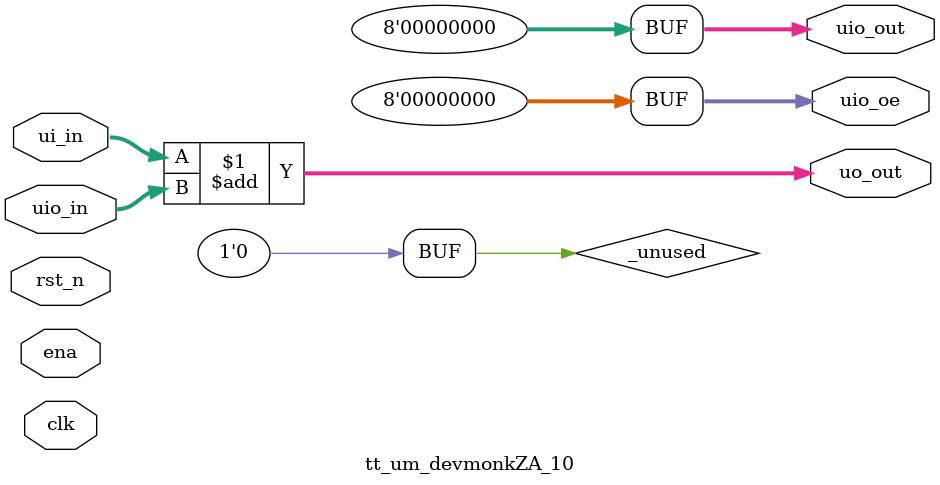
<source format=v>
/*
 * Copyright (c) 2024 Your Name
 * SPDX-License-Identifier: Apache-2.0
 */

`default_nettype none

module tt_um_devmonkZA_10 (
    input  wire [7:0] ui_in,    // Dedicated inputs
    output wire [7:0] uo_out,   // Dedicated outputs
    input  wire [7:0] uio_in,   // IOs: Input path
    output wire [7:0] uio_out,  // IOs: Output path
    output wire [7:0] uio_oe,   // IOs: Enable path (active high: 0=input, 1=output)
    input  wire       ena,      // always 1 when the design is powered, so you can ignore it
    input  wire       clk,      // clock
    input  wire       rst_n     // reset_n - low to reset
);

  // All output pins must be assigned. If not used, assign to 0.
  assign uo_out  = ui_in + uio_in;  // Example: ou_out is the sum of ui_in and uio_in
  assign uio_out = 0;
  assign uio_oe  = 0;

  // List all unused inputs to prevent warnings
  wire _unused = &{ena, clk, rst_n, 1'b0};

endmodule

</source>
